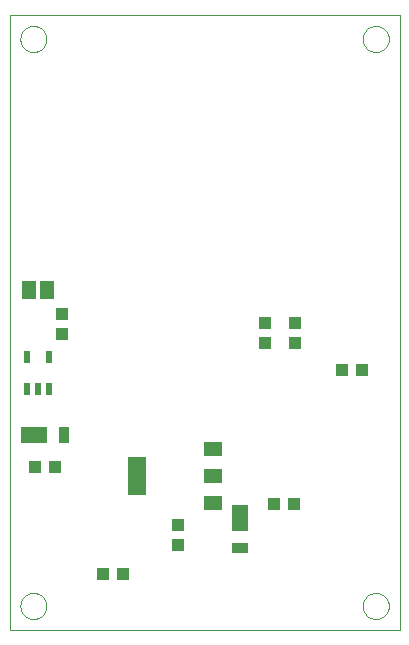
<source format=gbp>
G75*
G70*
%OFA0B0*%
%FSLAX24Y24*%
%IPPOS*%
%LPD*%
%AMOC8*
5,1,8,0,0,1.08239X$1,22.5*
%
%ADD10C,0.0000*%
%ADD11R,0.0394X0.0433*%
%ADD12R,0.0433X0.0394*%
%ADD13R,0.0630X0.1299*%
%ADD14R,0.0630X0.0472*%
%ADD15R,0.0551X0.0866*%
%ADD16R,0.0551X0.0354*%
%ADD17R,0.0866X0.0551*%
%ADD18R,0.0354X0.0551*%
%ADD19R,0.0236X0.0413*%
%ADD20R,0.0460X0.0630*%
D10*
X000519Y000100D02*
X000519Y020572D01*
X013511Y020572D01*
X013511Y000100D01*
X000519Y000100D01*
X000873Y000887D02*
X000875Y000928D01*
X000881Y000969D01*
X000891Y001009D01*
X000904Y001048D01*
X000921Y001085D01*
X000942Y001121D01*
X000966Y001155D01*
X000993Y001186D01*
X001022Y001214D01*
X001055Y001240D01*
X001089Y001262D01*
X001126Y001281D01*
X001164Y001296D01*
X001204Y001308D01*
X001244Y001316D01*
X001285Y001320D01*
X001327Y001320D01*
X001368Y001316D01*
X001408Y001308D01*
X001448Y001296D01*
X001486Y001281D01*
X001522Y001262D01*
X001557Y001240D01*
X001590Y001214D01*
X001619Y001186D01*
X001646Y001155D01*
X001670Y001121D01*
X001691Y001085D01*
X001708Y001048D01*
X001721Y001009D01*
X001731Y000969D01*
X001737Y000928D01*
X001739Y000887D01*
X001737Y000846D01*
X001731Y000805D01*
X001721Y000765D01*
X001708Y000726D01*
X001691Y000689D01*
X001670Y000653D01*
X001646Y000619D01*
X001619Y000588D01*
X001590Y000560D01*
X001557Y000534D01*
X001523Y000512D01*
X001486Y000493D01*
X001448Y000478D01*
X001408Y000466D01*
X001368Y000458D01*
X001327Y000454D01*
X001285Y000454D01*
X001244Y000458D01*
X001204Y000466D01*
X001164Y000478D01*
X001126Y000493D01*
X001090Y000512D01*
X001055Y000534D01*
X001022Y000560D01*
X000993Y000588D01*
X000966Y000619D01*
X000942Y000653D01*
X000921Y000689D01*
X000904Y000726D01*
X000891Y000765D01*
X000881Y000805D01*
X000875Y000846D01*
X000873Y000887D01*
X012290Y000887D02*
X012292Y000928D01*
X012298Y000969D01*
X012308Y001009D01*
X012321Y001048D01*
X012338Y001085D01*
X012359Y001121D01*
X012383Y001155D01*
X012410Y001186D01*
X012439Y001214D01*
X012472Y001240D01*
X012506Y001262D01*
X012543Y001281D01*
X012581Y001296D01*
X012621Y001308D01*
X012661Y001316D01*
X012702Y001320D01*
X012744Y001320D01*
X012785Y001316D01*
X012825Y001308D01*
X012865Y001296D01*
X012903Y001281D01*
X012939Y001262D01*
X012974Y001240D01*
X013007Y001214D01*
X013036Y001186D01*
X013063Y001155D01*
X013087Y001121D01*
X013108Y001085D01*
X013125Y001048D01*
X013138Y001009D01*
X013148Y000969D01*
X013154Y000928D01*
X013156Y000887D01*
X013154Y000846D01*
X013148Y000805D01*
X013138Y000765D01*
X013125Y000726D01*
X013108Y000689D01*
X013087Y000653D01*
X013063Y000619D01*
X013036Y000588D01*
X013007Y000560D01*
X012974Y000534D01*
X012940Y000512D01*
X012903Y000493D01*
X012865Y000478D01*
X012825Y000466D01*
X012785Y000458D01*
X012744Y000454D01*
X012702Y000454D01*
X012661Y000458D01*
X012621Y000466D01*
X012581Y000478D01*
X012543Y000493D01*
X012507Y000512D01*
X012472Y000534D01*
X012439Y000560D01*
X012410Y000588D01*
X012383Y000619D01*
X012359Y000653D01*
X012338Y000689D01*
X012321Y000726D01*
X012308Y000765D01*
X012298Y000805D01*
X012292Y000846D01*
X012290Y000887D01*
X012290Y019785D02*
X012292Y019826D01*
X012298Y019867D01*
X012308Y019907D01*
X012321Y019946D01*
X012338Y019983D01*
X012359Y020019D01*
X012383Y020053D01*
X012410Y020084D01*
X012439Y020112D01*
X012472Y020138D01*
X012506Y020160D01*
X012543Y020179D01*
X012581Y020194D01*
X012621Y020206D01*
X012661Y020214D01*
X012702Y020218D01*
X012744Y020218D01*
X012785Y020214D01*
X012825Y020206D01*
X012865Y020194D01*
X012903Y020179D01*
X012939Y020160D01*
X012974Y020138D01*
X013007Y020112D01*
X013036Y020084D01*
X013063Y020053D01*
X013087Y020019D01*
X013108Y019983D01*
X013125Y019946D01*
X013138Y019907D01*
X013148Y019867D01*
X013154Y019826D01*
X013156Y019785D01*
X013154Y019744D01*
X013148Y019703D01*
X013138Y019663D01*
X013125Y019624D01*
X013108Y019587D01*
X013087Y019551D01*
X013063Y019517D01*
X013036Y019486D01*
X013007Y019458D01*
X012974Y019432D01*
X012940Y019410D01*
X012903Y019391D01*
X012865Y019376D01*
X012825Y019364D01*
X012785Y019356D01*
X012744Y019352D01*
X012702Y019352D01*
X012661Y019356D01*
X012621Y019364D01*
X012581Y019376D01*
X012543Y019391D01*
X012507Y019410D01*
X012472Y019432D01*
X012439Y019458D01*
X012410Y019486D01*
X012383Y019517D01*
X012359Y019551D01*
X012338Y019587D01*
X012321Y019624D01*
X012308Y019663D01*
X012298Y019703D01*
X012292Y019744D01*
X012290Y019785D01*
X000873Y019785D02*
X000875Y019826D01*
X000881Y019867D01*
X000891Y019907D01*
X000904Y019946D01*
X000921Y019983D01*
X000942Y020019D01*
X000966Y020053D01*
X000993Y020084D01*
X001022Y020112D01*
X001055Y020138D01*
X001089Y020160D01*
X001126Y020179D01*
X001164Y020194D01*
X001204Y020206D01*
X001244Y020214D01*
X001285Y020218D01*
X001327Y020218D01*
X001368Y020214D01*
X001408Y020206D01*
X001448Y020194D01*
X001486Y020179D01*
X001522Y020160D01*
X001557Y020138D01*
X001590Y020112D01*
X001619Y020084D01*
X001646Y020053D01*
X001670Y020019D01*
X001691Y019983D01*
X001708Y019946D01*
X001721Y019907D01*
X001731Y019867D01*
X001737Y019826D01*
X001739Y019785D01*
X001737Y019744D01*
X001731Y019703D01*
X001721Y019663D01*
X001708Y019624D01*
X001691Y019587D01*
X001670Y019551D01*
X001646Y019517D01*
X001619Y019486D01*
X001590Y019458D01*
X001557Y019432D01*
X001523Y019410D01*
X001486Y019391D01*
X001448Y019376D01*
X001408Y019364D01*
X001368Y019356D01*
X001327Y019352D01*
X001285Y019352D01*
X001244Y019356D01*
X001204Y019364D01*
X001164Y019376D01*
X001126Y019391D01*
X001090Y019410D01*
X001055Y019432D01*
X001022Y019458D01*
X000993Y019486D01*
X000966Y019517D01*
X000942Y019551D01*
X000921Y019587D01*
X000904Y019624D01*
X000891Y019663D01*
X000881Y019703D01*
X000875Y019744D01*
X000873Y019785D01*
D11*
X002267Y010631D03*
X002267Y009962D03*
X006129Y003584D03*
X006129Y002915D03*
X011601Y008761D03*
X012271Y008761D03*
D12*
X010027Y009647D03*
X010027Y010317D03*
X009042Y010317D03*
X009042Y009647D03*
X009338Y004273D03*
X010007Y004273D03*
X004298Y001970D03*
X003629Y001970D03*
X002034Y005513D03*
X001365Y005513D03*
D13*
X004771Y005218D03*
D14*
X007290Y005218D03*
X007290Y006124D03*
X007290Y004313D03*
D15*
X008196Y003820D03*
D16*
X008196Y002817D03*
D17*
X001326Y006596D03*
D18*
X002330Y006596D03*
D19*
X001838Y008112D03*
X001464Y008112D03*
X001090Y008112D03*
X001090Y009175D03*
X001838Y009175D03*
D20*
X001764Y011419D03*
X001164Y011419D03*
M02*

</source>
